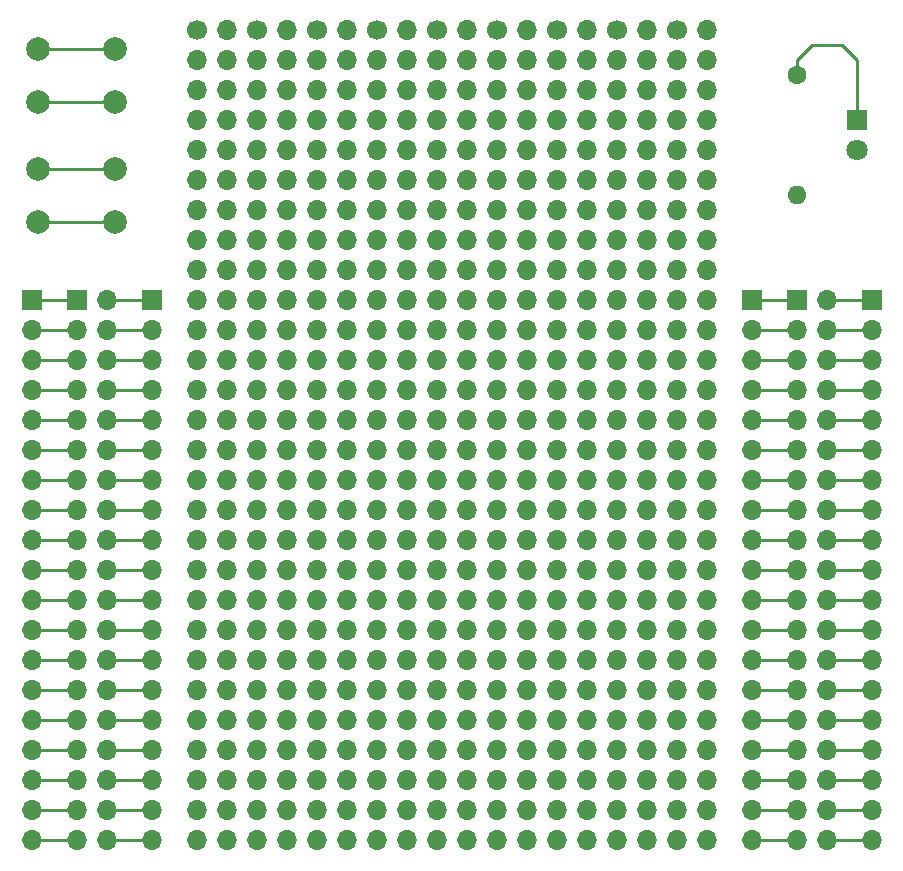
<source format=gbr>
G04 #@! TF.GenerationSoftware,KiCad,Pcbnew,7.0.1-3b83917a11~172~ubuntu22.04.1*
G04 #@! TF.CreationDate,2023-04-09T22:46:25+09:00*
G04 #@! TF.ProjectId,Akashi-15,416b6173-6869-42d3-9135-2e6b69636164,rev?*
G04 #@! TF.SameCoordinates,Original*
G04 #@! TF.FileFunction,Copper,L1,Top*
G04 #@! TF.FilePolarity,Positive*
%FSLAX46Y46*%
G04 Gerber Fmt 4.6, Leading zero omitted, Abs format (unit mm)*
G04 Created by KiCad (PCBNEW 7.0.1-3b83917a11~172~ubuntu22.04.1) date 2023-04-09 22:46:25*
%MOMM*%
%LPD*%
G01*
G04 APERTURE LIST*
G04 #@! TA.AperFunction,ComponentPad*
%ADD10C,2.000000*%
G04 #@! TD*
G04 #@! TA.AperFunction,ComponentPad*
%ADD11R,1.700000X1.700000*%
G04 #@! TD*
G04 #@! TA.AperFunction,ComponentPad*
%ADD12O,1.700000X1.700000*%
G04 #@! TD*
G04 #@! TA.AperFunction,ComponentPad*
%ADD13C,1.700000*%
G04 #@! TD*
G04 #@! TA.AperFunction,ComponentPad*
%ADD14R,1.800000X1.800000*%
G04 #@! TD*
G04 #@! TA.AperFunction,ComponentPad*
%ADD15C,1.800000*%
G04 #@! TD*
G04 #@! TA.AperFunction,ComponentPad*
%ADD16C,1.600000*%
G04 #@! TD*
G04 #@! TA.AperFunction,ComponentPad*
%ADD17O,1.600000X1.600000*%
G04 #@! TD*
G04 #@! TA.AperFunction,Conductor*
%ADD18C,0.250000*%
G04 #@! TD*
G04 APERTURE END LIST*
D10*
X118670000Y-77760000D03*
X125170000Y-77760000D03*
X118670000Y-82260000D03*
X125170000Y-82260000D03*
D11*
X118110000Y-88900000D03*
D12*
X118110000Y-91440000D03*
X118110000Y-93980000D03*
X118110000Y-96520000D03*
X118110000Y-99060000D03*
X118110000Y-101600000D03*
X118110000Y-104140000D03*
X118110000Y-106680000D03*
X118110000Y-109220000D03*
X118110000Y-111760000D03*
X118110000Y-114300000D03*
X118110000Y-116840000D03*
X118110000Y-119380000D03*
X118110000Y-121920000D03*
X118110000Y-124460000D03*
X118110000Y-127000000D03*
X118110000Y-129540000D03*
X118110000Y-132080000D03*
X118110000Y-134620000D03*
D13*
X152400000Y-66040000D03*
D12*
X154940000Y-66040000D03*
X152400000Y-68580000D03*
X154940000Y-68580000D03*
X152400000Y-71120000D03*
X154940000Y-71120000D03*
X152400000Y-73660000D03*
X154940000Y-73660000D03*
X152400000Y-76200000D03*
X154940000Y-76200000D03*
X152400000Y-78740000D03*
X154940000Y-78740000D03*
X152400000Y-81280000D03*
X154940000Y-81280000D03*
X152400000Y-83820000D03*
X154940000Y-83820000D03*
X152400000Y-86360000D03*
X154940000Y-86360000D03*
X152400000Y-88900000D03*
X154940000Y-88900000D03*
X152400000Y-91440000D03*
X154940000Y-91440000D03*
X152400000Y-93980000D03*
X154940000Y-93980000D03*
X152400000Y-96520000D03*
X154940000Y-96520000D03*
X152400000Y-99060000D03*
X154940000Y-99060000D03*
X152400000Y-101600000D03*
X154940000Y-101600000D03*
X152400000Y-104140000D03*
X154940000Y-104140000D03*
X152400000Y-106680000D03*
X154940000Y-106680000D03*
X152400000Y-109220000D03*
X154940000Y-109220000D03*
X152400000Y-111760000D03*
X154940000Y-111760000D03*
X152400000Y-114300000D03*
X154940000Y-114300000D03*
X152400000Y-116840000D03*
X154940000Y-116840000D03*
X152400000Y-119380000D03*
X154940000Y-119380000D03*
X152400000Y-121920000D03*
X154940000Y-121920000D03*
X152400000Y-124460000D03*
X154940000Y-124460000D03*
X152400000Y-127000000D03*
X154940000Y-127000000D03*
X152400000Y-129540000D03*
X154940000Y-129540000D03*
X152400000Y-132080000D03*
X154940000Y-132080000D03*
X152400000Y-134620000D03*
X154940000Y-134620000D03*
D14*
X187960000Y-73660000D03*
D15*
X187960000Y-76200000D03*
D11*
X189230000Y-88900000D03*
D12*
X189230000Y-91440000D03*
X189230000Y-93980000D03*
X189230000Y-96520000D03*
X189230000Y-99060000D03*
X189230000Y-101600000D03*
X189230000Y-104140000D03*
X189230000Y-106680000D03*
X189230000Y-109220000D03*
X189230000Y-111760000D03*
X189230000Y-114300000D03*
X189230000Y-116840000D03*
X189230000Y-119380000D03*
X189230000Y-121920000D03*
X189230000Y-124460000D03*
X189230000Y-127000000D03*
X189230000Y-129540000D03*
X189230000Y-132080000D03*
X189230000Y-134620000D03*
D11*
X179070000Y-88900000D03*
D12*
X179070000Y-91440000D03*
X179070000Y-93980000D03*
X179070000Y-96520000D03*
X179070000Y-99060000D03*
X179070000Y-101600000D03*
X179070000Y-104140000D03*
X179070000Y-106680000D03*
X179070000Y-109220000D03*
X179070000Y-111760000D03*
X179070000Y-114300000D03*
X179070000Y-116840000D03*
X179070000Y-119380000D03*
X179070000Y-121920000D03*
X179070000Y-124460000D03*
X179070000Y-127000000D03*
X179070000Y-129540000D03*
X179070000Y-132080000D03*
X179070000Y-134620000D03*
D13*
X172720000Y-66040000D03*
D12*
X175260000Y-66040000D03*
X172720000Y-68580000D03*
X175260000Y-68580000D03*
X172720000Y-71120000D03*
X175260000Y-71120000D03*
X172720000Y-73660000D03*
X175260000Y-73660000D03*
X172720000Y-76200000D03*
X175260000Y-76200000D03*
X172720000Y-78740000D03*
X175260000Y-78740000D03*
X172720000Y-81280000D03*
X175260000Y-81280000D03*
X172720000Y-83820000D03*
X175260000Y-83820000D03*
X172720000Y-86360000D03*
X175260000Y-86360000D03*
X172720000Y-88900000D03*
X175260000Y-88900000D03*
X172720000Y-91440000D03*
X175260000Y-91440000D03*
X172720000Y-93980000D03*
X175260000Y-93980000D03*
X172720000Y-96520000D03*
X175260000Y-96520000D03*
X172720000Y-99060000D03*
X175260000Y-99060000D03*
X172720000Y-101600000D03*
X175260000Y-101600000D03*
X172720000Y-104140000D03*
X175260000Y-104140000D03*
X172720000Y-106680000D03*
X175260000Y-106680000D03*
X172720000Y-109220000D03*
X175260000Y-109220000D03*
X172720000Y-111760000D03*
X175260000Y-111760000D03*
X172720000Y-114300000D03*
X175260000Y-114300000D03*
X172720000Y-116840000D03*
X175260000Y-116840000D03*
X172720000Y-119380000D03*
X175260000Y-119380000D03*
X172720000Y-121920000D03*
X175260000Y-121920000D03*
X172720000Y-124460000D03*
X175260000Y-124460000D03*
X172720000Y-127000000D03*
X175260000Y-127000000D03*
X172720000Y-129540000D03*
X175260000Y-129540000D03*
X172720000Y-132080000D03*
X175260000Y-132080000D03*
X172720000Y-134620000D03*
X175260000Y-134620000D03*
D13*
X142240000Y-66040000D03*
D12*
X144780000Y-66040000D03*
X142240000Y-68580000D03*
X144780000Y-68580000D03*
X142240000Y-71120000D03*
X144780000Y-71120000D03*
X142240000Y-73660000D03*
X144780000Y-73660000D03*
X142240000Y-76200000D03*
X144780000Y-76200000D03*
X142240000Y-78740000D03*
X144780000Y-78740000D03*
X142240000Y-81280000D03*
X144780000Y-81280000D03*
X142240000Y-83820000D03*
X144780000Y-83820000D03*
X142240000Y-86360000D03*
X144780000Y-86360000D03*
X142240000Y-88900000D03*
X144780000Y-88900000D03*
X142240000Y-91440000D03*
X144780000Y-91440000D03*
X142240000Y-93980000D03*
X144780000Y-93980000D03*
X142240000Y-96520000D03*
X144780000Y-96520000D03*
X142240000Y-99060000D03*
X144780000Y-99060000D03*
X142240000Y-101600000D03*
X144780000Y-101600000D03*
X142240000Y-104140000D03*
X144780000Y-104140000D03*
X142240000Y-106680000D03*
X144780000Y-106680000D03*
X142240000Y-109220000D03*
X144780000Y-109220000D03*
X142240000Y-111760000D03*
X144780000Y-111760000D03*
X142240000Y-114300000D03*
X144780000Y-114300000D03*
X142240000Y-116840000D03*
X144780000Y-116840000D03*
X142240000Y-119380000D03*
X144780000Y-119380000D03*
X142240000Y-121920000D03*
X144780000Y-121920000D03*
X142240000Y-124460000D03*
X144780000Y-124460000D03*
X142240000Y-127000000D03*
X144780000Y-127000000D03*
X142240000Y-129540000D03*
X144780000Y-129540000D03*
X142240000Y-132080000D03*
X144780000Y-132080000D03*
X142240000Y-134620000D03*
X144780000Y-134620000D03*
D13*
X157480000Y-66040000D03*
D12*
X160020000Y-66040000D03*
X157480000Y-68580000D03*
X160020000Y-68580000D03*
X157480000Y-71120000D03*
X160020000Y-71120000D03*
X157480000Y-73660000D03*
X160020000Y-73660000D03*
X157480000Y-76200000D03*
X160020000Y-76200000D03*
X157480000Y-78740000D03*
X160020000Y-78740000D03*
X157480000Y-81280000D03*
X160020000Y-81280000D03*
X157480000Y-83820000D03*
X160020000Y-83820000D03*
X157480000Y-86360000D03*
X160020000Y-86360000D03*
X157480000Y-88900000D03*
X160020000Y-88900000D03*
X157480000Y-91440000D03*
X160020000Y-91440000D03*
X157480000Y-93980000D03*
X160020000Y-93980000D03*
X157480000Y-96520000D03*
X160020000Y-96520000D03*
X157480000Y-99060000D03*
X160020000Y-99060000D03*
X157480000Y-101600000D03*
X160020000Y-101600000D03*
X157480000Y-104140000D03*
X160020000Y-104140000D03*
X157480000Y-106680000D03*
X160020000Y-106680000D03*
X157480000Y-109220000D03*
X160020000Y-109220000D03*
X157480000Y-111760000D03*
X160020000Y-111760000D03*
X157480000Y-114300000D03*
X160020000Y-114300000D03*
X157480000Y-116840000D03*
X160020000Y-116840000D03*
X157480000Y-119380000D03*
X160020000Y-119380000D03*
X157480000Y-121920000D03*
X160020000Y-121920000D03*
X157480000Y-124460000D03*
X160020000Y-124460000D03*
X157480000Y-127000000D03*
X160020000Y-127000000D03*
X157480000Y-129540000D03*
X160020000Y-129540000D03*
X157480000Y-132080000D03*
X160020000Y-132080000D03*
X157480000Y-134620000D03*
X160020000Y-134620000D03*
D16*
X182880000Y-69850000D03*
D17*
X182880000Y-80010000D03*
D13*
X132080000Y-66040000D03*
D12*
X134620000Y-66040000D03*
X132080000Y-68580000D03*
X134620000Y-68580000D03*
X132080000Y-71120000D03*
X134620000Y-71120000D03*
X132080000Y-73660000D03*
X134620000Y-73660000D03*
X132080000Y-76200000D03*
X134620000Y-76200000D03*
X132080000Y-78740000D03*
X134620000Y-78740000D03*
X132080000Y-81280000D03*
X134620000Y-81280000D03*
X132080000Y-83820000D03*
X134620000Y-83820000D03*
X132080000Y-86360000D03*
X134620000Y-86360000D03*
X132080000Y-88900000D03*
X134620000Y-88900000D03*
X132080000Y-91440000D03*
X134620000Y-91440000D03*
X132080000Y-93980000D03*
X134620000Y-93980000D03*
X132080000Y-96520000D03*
X134620000Y-96520000D03*
X132080000Y-99060000D03*
X134620000Y-99060000D03*
X132080000Y-101600000D03*
X134620000Y-101600000D03*
X132080000Y-104140000D03*
X134620000Y-104140000D03*
X132080000Y-106680000D03*
X134620000Y-106680000D03*
X132080000Y-109220000D03*
X134620000Y-109220000D03*
X132080000Y-111760000D03*
X134620000Y-111760000D03*
X132080000Y-114300000D03*
X134620000Y-114300000D03*
X132080000Y-116840000D03*
X134620000Y-116840000D03*
X132080000Y-119380000D03*
X134620000Y-119380000D03*
X132080000Y-121920000D03*
X134620000Y-121920000D03*
X132080000Y-124460000D03*
X134620000Y-124460000D03*
X132080000Y-127000000D03*
X134620000Y-127000000D03*
X132080000Y-129540000D03*
X134620000Y-129540000D03*
X132080000Y-132080000D03*
X134620000Y-132080000D03*
X132080000Y-134620000D03*
X134620000Y-134620000D03*
D10*
X118670000Y-67600000D03*
X125170000Y-67600000D03*
X118670000Y-72100000D03*
X125170000Y-72100000D03*
D13*
X167640000Y-66040000D03*
D12*
X170180000Y-66040000D03*
X167640000Y-68580000D03*
X170180000Y-68580000D03*
X167640000Y-71120000D03*
X170180000Y-71120000D03*
X167640000Y-73660000D03*
X170180000Y-73660000D03*
X167640000Y-76200000D03*
X170180000Y-76200000D03*
X167640000Y-78740000D03*
X170180000Y-78740000D03*
X167640000Y-81280000D03*
X170180000Y-81280000D03*
X167640000Y-83820000D03*
X170180000Y-83820000D03*
X167640000Y-86360000D03*
X170180000Y-86360000D03*
X167640000Y-88900000D03*
X170180000Y-88900000D03*
X167640000Y-91440000D03*
X170180000Y-91440000D03*
X167640000Y-93980000D03*
X170180000Y-93980000D03*
X167640000Y-96520000D03*
X170180000Y-96520000D03*
X167640000Y-99060000D03*
X170180000Y-99060000D03*
X167640000Y-101600000D03*
X170180000Y-101600000D03*
X167640000Y-104140000D03*
X170180000Y-104140000D03*
X167640000Y-106680000D03*
X170180000Y-106680000D03*
X167640000Y-109220000D03*
X170180000Y-109220000D03*
X167640000Y-111760000D03*
X170180000Y-111760000D03*
X167640000Y-114300000D03*
X170180000Y-114300000D03*
X167640000Y-116840000D03*
X170180000Y-116840000D03*
X167640000Y-119380000D03*
X170180000Y-119380000D03*
X167640000Y-121920000D03*
X170180000Y-121920000D03*
X167640000Y-124460000D03*
X170180000Y-124460000D03*
X167640000Y-127000000D03*
X170180000Y-127000000D03*
X167640000Y-129540000D03*
X170180000Y-129540000D03*
X167640000Y-132080000D03*
X170180000Y-132080000D03*
X167640000Y-134620000D03*
X170180000Y-134620000D03*
D13*
X137160000Y-66040000D03*
D12*
X139700000Y-66040000D03*
X137160000Y-68580000D03*
X139700000Y-68580000D03*
X137160000Y-71120000D03*
X139700000Y-71120000D03*
X137160000Y-73660000D03*
X139700000Y-73660000D03*
X137160000Y-76200000D03*
X139700000Y-76200000D03*
X137160000Y-78740000D03*
X139700000Y-78740000D03*
X137160000Y-81280000D03*
X139700000Y-81280000D03*
X137160000Y-83820000D03*
X139700000Y-83820000D03*
X137160000Y-86360000D03*
X139700000Y-86360000D03*
X137160000Y-88900000D03*
X139700000Y-88900000D03*
X137160000Y-91440000D03*
X139700000Y-91440000D03*
X137160000Y-93980000D03*
X139700000Y-93980000D03*
X137160000Y-96520000D03*
X139700000Y-96520000D03*
X137160000Y-99060000D03*
X139700000Y-99060000D03*
X137160000Y-101600000D03*
X139700000Y-101600000D03*
X137160000Y-104140000D03*
X139700000Y-104140000D03*
X137160000Y-106680000D03*
X139700000Y-106680000D03*
X137160000Y-109220000D03*
X139700000Y-109220000D03*
X137160000Y-111760000D03*
X139700000Y-111760000D03*
X137160000Y-114300000D03*
X139700000Y-114300000D03*
X137160000Y-116840000D03*
X139700000Y-116840000D03*
X137160000Y-119380000D03*
X139700000Y-119380000D03*
X137160000Y-121920000D03*
X139700000Y-121920000D03*
X137160000Y-124460000D03*
X139700000Y-124460000D03*
X137160000Y-127000000D03*
X139700000Y-127000000D03*
X137160000Y-129540000D03*
X139700000Y-129540000D03*
X137160000Y-132080000D03*
X139700000Y-132080000D03*
X137160000Y-134620000D03*
X139700000Y-134620000D03*
D11*
X128270000Y-88900000D03*
D12*
X128270000Y-91440000D03*
X128270000Y-93980000D03*
X128270000Y-96520000D03*
X128270000Y-99060000D03*
X128270000Y-101600000D03*
X128270000Y-104140000D03*
X128270000Y-106680000D03*
X128270000Y-109220000D03*
X128270000Y-111760000D03*
X128270000Y-114300000D03*
X128270000Y-116840000D03*
X128270000Y-119380000D03*
X128270000Y-121920000D03*
X128270000Y-124460000D03*
X128270000Y-127000000D03*
X128270000Y-129540000D03*
X128270000Y-132080000D03*
X128270000Y-134620000D03*
D13*
X147320000Y-66040000D03*
D12*
X149860000Y-66040000D03*
X147320000Y-68580000D03*
X149860000Y-68580000D03*
X147320000Y-71120000D03*
X149860000Y-71120000D03*
X147320000Y-73660000D03*
X149860000Y-73660000D03*
X147320000Y-76200000D03*
X149860000Y-76200000D03*
X147320000Y-78740000D03*
X149860000Y-78740000D03*
X147320000Y-81280000D03*
X149860000Y-81280000D03*
X147320000Y-83820000D03*
X149860000Y-83820000D03*
X147320000Y-86360000D03*
X149860000Y-86360000D03*
X147320000Y-88900000D03*
X149860000Y-88900000D03*
X147320000Y-91440000D03*
X149860000Y-91440000D03*
X147320000Y-93980000D03*
X149860000Y-93980000D03*
X147320000Y-96520000D03*
X149860000Y-96520000D03*
X147320000Y-99060000D03*
X149860000Y-99060000D03*
X147320000Y-101600000D03*
X149860000Y-101600000D03*
X147320000Y-104140000D03*
X149860000Y-104140000D03*
X147320000Y-106680000D03*
X149860000Y-106680000D03*
X147320000Y-109220000D03*
X149860000Y-109220000D03*
X147320000Y-111760000D03*
X149860000Y-111760000D03*
X147320000Y-114300000D03*
X149860000Y-114300000D03*
X147320000Y-116840000D03*
X149860000Y-116840000D03*
X147320000Y-119380000D03*
X149860000Y-119380000D03*
X147320000Y-121920000D03*
X149860000Y-121920000D03*
X147320000Y-124460000D03*
X149860000Y-124460000D03*
X147320000Y-127000000D03*
X149860000Y-127000000D03*
X147320000Y-129540000D03*
X149860000Y-129540000D03*
X147320000Y-132080000D03*
X149860000Y-132080000D03*
X147320000Y-134620000D03*
X149860000Y-134620000D03*
D13*
X162560000Y-66040000D03*
D12*
X165100000Y-66040000D03*
X162560000Y-68580000D03*
X165100000Y-68580000D03*
X162560000Y-71120000D03*
X165100000Y-71120000D03*
X162560000Y-73660000D03*
X165100000Y-73660000D03*
X162560000Y-76200000D03*
X165100000Y-76200000D03*
X162560000Y-78740000D03*
X165100000Y-78740000D03*
X162560000Y-81280000D03*
X165100000Y-81280000D03*
X162560000Y-83820000D03*
X165100000Y-83820000D03*
X162560000Y-86360000D03*
X165100000Y-86360000D03*
X162560000Y-88900000D03*
X165100000Y-88900000D03*
X162560000Y-91440000D03*
X165100000Y-91440000D03*
X162560000Y-93980000D03*
X165100000Y-93980000D03*
X162560000Y-96520000D03*
X165100000Y-96520000D03*
X162560000Y-99060000D03*
X165100000Y-99060000D03*
X162560000Y-101600000D03*
X165100000Y-101600000D03*
X162560000Y-104140000D03*
X165100000Y-104140000D03*
X162560000Y-106680000D03*
X165100000Y-106680000D03*
X162560000Y-109220000D03*
X165100000Y-109220000D03*
X162560000Y-111760000D03*
X165100000Y-111760000D03*
X162560000Y-114300000D03*
X165100000Y-114300000D03*
X162560000Y-116840000D03*
X165100000Y-116840000D03*
X162560000Y-119380000D03*
X165100000Y-119380000D03*
X162560000Y-121920000D03*
X165100000Y-121920000D03*
X162560000Y-124460000D03*
X165100000Y-124460000D03*
X162560000Y-127000000D03*
X165100000Y-127000000D03*
X162560000Y-129540000D03*
X165100000Y-129540000D03*
X162560000Y-132080000D03*
X165100000Y-132080000D03*
X162560000Y-134620000D03*
X165100000Y-134620000D03*
D11*
X182880000Y-88900000D03*
D12*
X185420000Y-88900000D03*
X182880000Y-91440000D03*
X185420000Y-91440000D03*
X182880000Y-93980000D03*
X185420000Y-93980000D03*
X182880000Y-96520000D03*
X185420000Y-96520000D03*
X182880000Y-99060000D03*
X185420000Y-99060000D03*
X182880000Y-101600000D03*
X185420000Y-101600000D03*
X182880000Y-104140000D03*
X185420000Y-104140000D03*
X182880000Y-106680000D03*
X185420000Y-106680000D03*
X182880000Y-109220000D03*
X185420000Y-109220000D03*
X182880000Y-111760000D03*
X185420000Y-111760000D03*
X182880000Y-114300000D03*
X185420000Y-114300000D03*
X182880000Y-116840000D03*
X185420000Y-116840000D03*
X182880000Y-119380000D03*
X185420000Y-119380000D03*
X182880000Y-121920000D03*
X185420000Y-121920000D03*
X182880000Y-124460000D03*
X185420000Y-124460000D03*
X182880000Y-127000000D03*
X185420000Y-127000000D03*
X182880000Y-129540000D03*
X185420000Y-129540000D03*
X182880000Y-132080000D03*
X185420000Y-132080000D03*
X182880000Y-134620000D03*
X185420000Y-134620000D03*
D11*
X121920000Y-88900000D03*
D12*
X124460000Y-88900000D03*
X121920000Y-91440000D03*
X124460000Y-91440000D03*
X121920000Y-93980000D03*
X124460000Y-93980000D03*
X121920000Y-96520000D03*
X124460000Y-96520000D03*
X121920000Y-99060000D03*
X124460000Y-99060000D03*
X121920000Y-101600000D03*
X124460000Y-101600000D03*
X121920000Y-104140000D03*
X124460000Y-104140000D03*
X121920000Y-106680000D03*
X124460000Y-106680000D03*
X121920000Y-109220000D03*
X124460000Y-109220000D03*
X121920000Y-111760000D03*
X124460000Y-111760000D03*
X121920000Y-114300000D03*
X124460000Y-114300000D03*
X121920000Y-116840000D03*
X124460000Y-116840000D03*
X121920000Y-119380000D03*
X124460000Y-119380000D03*
X121920000Y-121920000D03*
X124460000Y-121920000D03*
X121920000Y-124460000D03*
X124460000Y-124460000D03*
X121920000Y-127000000D03*
X124460000Y-127000000D03*
X121920000Y-129540000D03*
X124460000Y-129540000D03*
X121920000Y-132080000D03*
X124460000Y-132080000D03*
X121920000Y-134620000D03*
X124460000Y-134620000D03*
D18*
X118110000Y-88900000D02*
X121920000Y-88900000D01*
X128270000Y-88900000D02*
X124460000Y-88900000D01*
X121920000Y-91440000D02*
X118110000Y-91440000D01*
X124460000Y-91440000D02*
X128270000Y-91440000D01*
X118110000Y-93980000D02*
X121920000Y-93980000D01*
X124460000Y-93980000D02*
X128270000Y-93980000D01*
X121920000Y-96520000D02*
X118110000Y-96520000D01*
X118110000Y-99060000D02*
X121920000Y-99060000D01*
X124460000Y-99060000D02*
X128270000Y-99060000D01*
X121920000Y-101600000D02*
X118110000Y-101600000D01*
X128270000Y-101600000D02*
X124460000Y-101600000D01*
X118110000Y-104140000D02*
X121920000Y-104140000D01*
X124460000Y-104140000D02*
X128270000Y-104140000D01*
X118670000Y-67600000D02*
X125170000Y-67600000D01*
X121920000Y-106680000D02*
X118110000Y-106680000D01*
X128270000Y-106680000D02*
X124460000Y-106680000D01*
X118110000Y-109220000D02*
X121920000Y-109220000D01*
X124460000Y-109220000D02*
X128270000Y-109220000D01*
X121920000Y-111760000D02*
X118110000Y-111760000D01*
X128270000Y-111760000D02*
X124460000Y-111760000D01*
X121920000Y-114300000D02*
X118110000Y-114300000D01*
X118110000Y-116840000D02*
X121920000Y-116840000D01*
X125170000Y-77760000D02*
X118670000Y-77760000D01*
X124460000Y-116840000D02*
X128270000Y-116840000D01*
X121920000Y-119380000D02*
X118110000Y-119380000D01*
X128270000Y-119380000D02*
X124460000Y-119380000D01*
X118110000Y-121920000D02*
X121920000Y-121920000D01*
X124460000Y-121920000D02*
X128270000Y-121920000D01*
X121920000Y-124460000D02*
X118110000Y-124460000D01*
X128270000Y-124460000D02*
X124460000Y-124460000D01*
X118110000Y-127000000D02*
X121920000Y-127000000D01*
X124460000Y-127000000D02*
X128270000Y-127000000D01*
X121920000Y-129540000D02*
X118110000Y-129540000D01*
X128270000Y-129540000D02*
X124460000Y-129540000D01*
X118110000Y-132080000D02*
X121920000Y-132080000D01*
X124460000Y-132080000D02*
X128270000Y-132080000D01*
X121920000Y-134620000D02*
X118110000Y-134620000D01*
X128270000Y-134620000D02*
X124460000Y-134620000D01*
X179070000Y-88900000D02*
X182880000Y-88900000D01*
X185420000Y-88900000D02*
X189230000Y-88900000D01*
X182880000Y-91440000D02*
X179070000Y-91440000D01*
X189230000Y-91440000D02*
X185420000Y-91440000D01*
X179070000Y-93980000D02*
X182880000Y-93980000D01*
X185420000Y-93980000D02*
X189230000Y-93980000D01*
X182880000Y-96520000D02*
X179070000Y-96520000D01*
X189230000Y-96520000D02*
X185420000Y-96520000D01*
X185420000Y-99060000D02*
X189230000Y-99060000D01*
X189230000Y-101600000D02*
X185420000Y-101600000D01*
X179070000Y-104140000D02*
X182880000Y-104140000D01*
X185420000Y-104140000D02*
X189230000Y-104140000D01*
X179070000Y-106680000D02*
X182880000Y-106680000D01*
X189230000Y-106680000D02*
X185420000Y-106680000D01*
X182880000Y-109220000D02*
X179070000Y-109220000D01*
X185420000Y-109220000D02*
X189230000Y-109220000D01*
X179070000Y-111760000D02*
X182880000Y-111760000D01*
X189230000Y-111760000D02*
X185420000Y-111760000D01*
X182880000Y-114300000D02*
X179070000Y-114300000D01*
X185420000Y-114300000D02*
X189230000Y-114300000D01*
X179070000Y-116840000D02*
X182880000Y-116840000D01*
X189230000Y-116840000D02*
X185420000Y-116840000D01*
X182880000Y-119380000D02*
X179070000Y-119380000D01*
X185420000Y-119380000D02*
X189230000Y-119380000D01*
X179070000Y-121920000D02*
X182880000Y-121920000D01*
X189230000Y-121920000D02*
X185420000Y-121920000D01*
X182880000Y-124460000D02*
X179070000Y-124460000D01*
X185420000Y-124460000D02*
X189230000Y-124460000D01*
X179070000Y-127000000D02*
X182880000Y-127000000D01*
X189230000Y-127000000D02*
X185420000Y-127000000D01*
X182880000Y-129540000D02*
X179070000Y-129540000D01*
X185420000Y-129540000D02*
X189230000Y-129540000D01*
X179070000Y-132080000D02*
X182880000Y-132080000D01*
X189230000Y-132080000D02*
X185420000Y-132080000D01*
X182880000Y-134620000D02*
X179070000Y-134620000D01*
X185420000Y-134620000D02*
X189230000Y-134620000D01*
X182880000Y-101600000D02*
X179070000Y-101600000D01*
X184150000Y-67310000D02*
X182880000Y-68580000D01*
X186690000Y-67310000D02*
X184150000Y-67310000D01*
X182880000Y-68580000D02*
X182880000Y-69850000D01*
X187960000Y-73660000D02*
X187960000Y-68580000D01*
X187960000Y-68580000D02*
X186690000Y-67310000D01*
X128270000Y-114300000D02*
X124460000Y-114300000D01*
X128270000Y-96520000D02*
X124460000Y-96520000D01*
X125170000Y-72100000D02*
X118670000Y-72100000D01*
X118670000Y-82260000D02*
X125170000Y-82260000D01*
X179070000Y-99060000D02*
X182880000Y-99060000D01*
M02*

</source>
